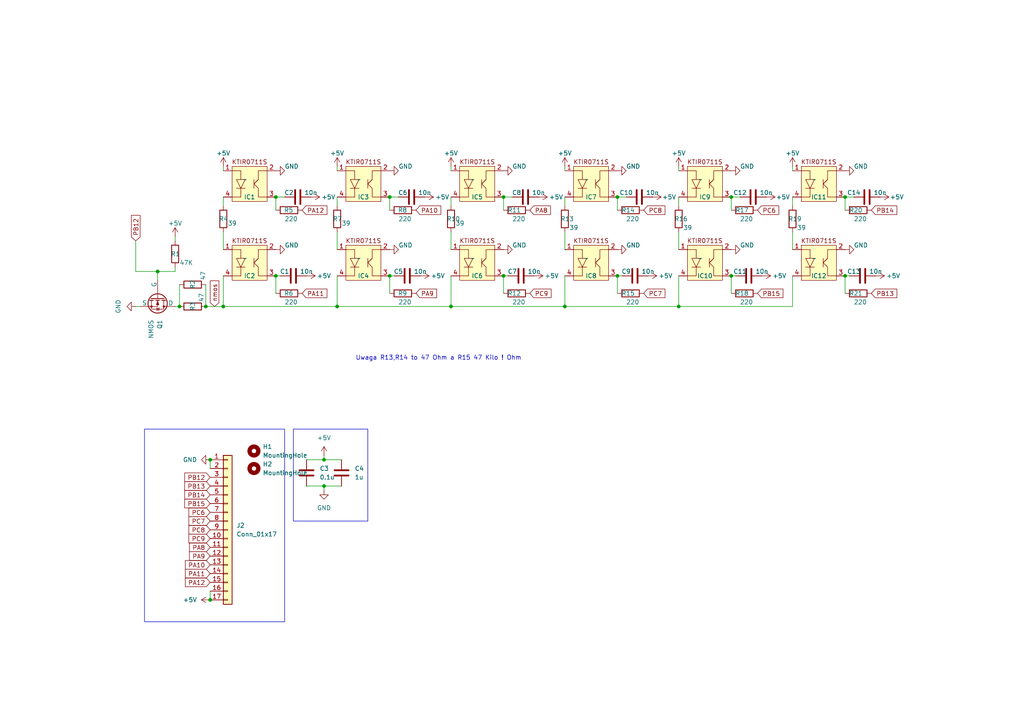
<source format=kicad_sch>
(kicad_sch (version 20231120) (generator "eeschema") (generator_version "8.0")
  (paper "A4")
  (lib_symbols
    (symbol "+5V_1" (power) (pin_numbers hide) (pin_names (offset 0) hide)
      (property "Value" "+5V" (at 0 3.556 0))
      (symbol "+5V_1_0_1"
        (polyline (pts (xy -0.762 1.27) (xy 0 2.54)))
        (polyline (pts (xy 0 0) (xy 0 2.54)))
        (polyline (pts (xy 0 2.54) (xy 0.762 1.27)))
      )
      (symbol "+5V_1_1_1"
        (pin power_in line (at 0 0 90) (length 0) (name "~") (number "1"))
      )
    )
    (symbol "+5V_2" (power) (pin_numbers hide) (pin_names (offset 0) hide)
      (property "Value" "+5V" (at 0 3.556 0))
      (symbol "+5V_2_0_1"
        (polyline (pts (xy -0.762 1.27) (xy 0 2.54)))
        (polyline (pts (xy 0 0) (xy 0 2.54)))
        (polyline (pts (xy 0 2.54) (xy 0.762 1.27)))
      )
      (symbol "+5V_2_1_1"
        (pin power_in line (at 0 0 90) (length 0) (name "~") (number "1"))
      )
    )
    (symbol "+5V_4" (power) (pin_numbers hide) (pin_names (offset 0) hide)
      (property "Value" "+5V" (at 0 3.556 0))
      (symbol "+5V_4_0_1"
        (polyline (pts (xy -0.762 1.27) (xy 0 2.54)))
        (polyline (pts (xy 0 0) (xy 0 2.54)))
        (polyline (pts (xy 0 2.54) (xy 0.762 1.27)))
      )
      (symbol "+5V_4_1_1"
        (pin power_in line (at 0 0 90) (length 0) (name "~") (number "1"))
      )
    )
    (symbol "Connector_Generic:Conn_01x17" (pin_names (offset 1.016) hide)
      (property "Reference" "J" (at 0 22.86 0))
      (property "Value" "Conn_01x17" (at 0 -22.86 0))
      (symbol "Conn_01x17_1_1"
        (rectangle (start -1.27 -20.193) (end 0 -20.447) (stroke (width 0.1524)))
        (rectangle (start -1.27 -17.653) (end 0 -17.907) (stroke (width 0.1524)))
        (rectangle (start -1.27 -15.113) (end 0 -15.367) (stroke (width 0.1524)))
        (rectangle (start -1.27 -12.573) (end 0 -12.827) (stroke (width 0.1524)))
        (rectangle (start -1.27 -10.033) (end 0 -10.287) (stroke (width 0.1524)))
        (rectangle (start -1.27 -7.493) (end 0 -7.747) (stroke (width 0.1524)))
        (rectangle (start -1.27 -4.953) (end 0 -5.207) (stroke (width 0.1524)))
        (rectangle (start -1.27 -2.413) (end 0 -2.667) (stroke (width 0.1524)))
        (rectangle (start -1.27 0.127) (end 0 -0.127) (stroke (width 0.1524)))
        (rectangle (start -1.27 2.667) (end 0 2.413) (stroke (width 0.1524)))
        (rectangle (start -1.27 5.207) (end 0 4.953) (stroke (width 0.1524)))
        (rectangle (start -1.27 7.747) (end 0 7.493) (stroke (width 0.1524)))
        (rectangle (start -1.27 10.287) (end 0 10.033) (stroke (width 0.1524)))
        (rectangle (start -1.27 12.827) (end 0 12.573) (stroke (width 0.1524)))
        (rectangle (start -1.27 15.367) (end 0 15.113) (stroke (width 0.1524)))
        (rectangle (start -1.27 17.907) (end 0 17.653) (stroke (width 0.1524)))
        (rectangle (start -1.27 20.447) (end 0 20.193) (stroke (width 0.1524)))
        (rectangle (start -1.27 21.59) (end 1.27 -21.59) (stroke (width 0.254)) (fill (type background)))
        (pin passive line (at -5.08 20.32 0) (length 3.81) (name "Pin_1") (number "1"))
        (pin passive line (at -5.08 -2.54 0) (length 3.81) (name "Pin_10") (number "10"))
        (pin passive line (at -5.08 -5.08 0) (length 3.81) (name "Pin_11") (number "11"))
        (pin passive line (at -5.08 -7.62 0) (length 3.81) (name "Pin_12") (number "12"))
        (pin passive line (at -5.08 -10.16 0) (length 3.81) (name "Pin_13") (number "13"))
        (pin passive line (at -5.08 -12.7 0) (length 3.81) (name "Pin_14") (number "14"))
        (pin passive line (at -5.08 -15.24 0) (length 3.81) (name "Pin_15") (number "15"))
        (pin passive line (at -5.08 -17.78 0) (length 3.81) (name "Pin_16") (number "16"))
        (pin passive line (at -5.08 -20.32 0) (length 3.81) (name "Pin_17") (number "17"))
        (pin passive line (at -5.08 17.78 0) (length 3.81) (name "Pin_2") (number "2"))
        (pin passive line (at -5.08 15.24 0) (length 3.81) (name "Pin_3") (number "3"))
        (pin passive line (at -5.08 12.7 0) (length 3.81) (name "Pin_4") (number "4"))
        (pin passive line (at -5.08 10.16 0) (length 3.81) (name "Pin_5") (number "5"))
        (pin passive line (at -5.08 7.62 0) (length 3.81) (name "Pin_6") (number "6"))
        (pin passive line (at -5.08 5.08 0) (length 3.81) (name "Pin_7") (number "7"))
        (pin passive line (at -5.08 2.54 0) (length 3.81) (name "Pin_8") (number "8"))
        (pin passive line (at -5.08 0 0) (length 3.81) (name "Pin_9") (number "9"))
      )
    )
    (symbol "Device:C" (pin_numbers hide) (pin_names (offset 0.254))
      (property "Reference" "C" (at 0.635 2.54 0))
      (property "Value" "C" (at 0.635 -2.54 0))
      (symbol "C_0_1"
        (polyline (pts (xy -2.032 -0.762) (xy 2.032 -0.762)) (stroke (width 0.508)))
        (polyline (pts (xy -2.032 0.762) (xy 2.032 0.762)) (stroke (width 0.508)))
      )
      (symbol "C_1_1"
        (pin passive line (at 0 3.81 270) (length 2.794) (name "~") (number "1"))
        (pin passive line (at 0 -3.81 90) (length 2.794) (name "~") (number "2"))
      )
    )
    (symbol "Device:R" (pin_numbers hide) (pin_names (offset 0))
      (property "Reference" "R" (at 2.032 0 90))
      (property "Value" "R" (at 0 0 90))
      (symbol "R_0_1"
        (rectangle (start -1.016 -2.54) (end 1.016 2.54) (stroke (width 0.254)))
      )
      (symbol "R_1_1"
        (pin passive line (at 0 3.81 270) (length 1.27) (name "~") (number "1"))
        (pin passive line (at 0 -3.81 90) (length 1.27) (name "~") (number "2"))
      )
    )
    (symbol "GND_1" (power) (pin_numbers hide) (pin_names (offset 0) hide)
      (property "Value" "GND" (at 0 -3.81 0))
      (symbol "GND_1_0_1"
        (polyline (pts (xy 0 0) (xy 0 -1.27) (xy 1.27 -1.27) (xy 0 -2.54) (xy -1.27 -1.27) (xy 0 -1.27)))
      )
      (symbol "GND_1_1_1"
        (pin power_in line (at 0 0 270) (length 0) (name "~") (number "1"))
      )
    )
    (symbol "GND_2" (power) (pin_numbers hide) (pin_names (offset 0) hide)
      (property "Value" "GND" (at 0 -3.81 0))
      (symbol "GND_2_0_1"
        (polyline (pts (xy 0 0) (xy 0 -1.27) (xy 1.27 -1.27) (xy 0 -2.54) (xy -1.27 -1.27) (xy 0 -1.27)))
      )
      (symbol "GND_2_1_1"
        (pin power_in line (at 0 0 270) (length 0) (name "~") (number "1"))
      )
    )
    (symbol "GND_3" (power) (pin_numbers hide) (pin_names (offset 0) hide)
      (property "Value" "GND" (at 0 -3.81 0))
      (symbol "GND_3_0_1"
        (polyline (pts (xy 0 0) (xy 0 -1.27) (xy 1.27 -1.27) (xy 0 -2.54) (xy -1.27 -1.27) (xy 0 -1.27)))
      )
      (symbol "GND_3_1_1"
        (pin power_in line (at 0 0 270) (length 0) (name "~") (number "1"))
      )
    )
    (symbol "Mechanical:MountingHole" (pin_names (offset 1.016)) (exclude_from_sim yes) (in_bom no)
      (property "Reference" "H" (at 0 5.08 0))
      (property "Value" "MountingHole" (at 0 3.175 0))
      (symbol "MountingHole_0_1"
        (circle (center 0 0) (radius 1.27) (stroke (width 1.27)))
      )
    )
    (symbol "Sensor_KTIR0711S:KTIR0711S"
      (property "Reference" "IC" (at 1.27 2.54 0))
      (symbol "KTIR0711S_1_1"
        (rectangle (start -3.81 3.81) (end 6.35 -6.35) (fill (type background)))
        (polyline (pts (xy -3.81 -5.08) (xy -1.27 -5.08)))
        (polyline (pts (xy -3.81 2.54) (xy -1.27 2.54)))
        (polyline (pts (xy 2.54 -1.27) (xy 2.54 0) (xy 2.54 -2.54) (xy 2.54 -1.27) (xy 3.81 0)))
        (polyline (pts (xy 6.35 -5.08) (xy 3.81 -5.08) (xy 3.81 -2.54) (xy 2.54 -1.27) (xy 3.81 0) (xy 3.81 2.54) (xy 6.35 2.54)))
        (polyline (pts (xy -1.27 2.54) (xy -1.27 0) (xy -2.54 0) (xy 0 0) (xy -1.27 -2.54) (xy -2.54 0) (xy -1.27 -2.54) (xy -2.54 -2.54) (xy 0 -2.54) (xy -1.27 -2.54) (xy -1.27 -5.08)))
        (text "KTIR0711S" (at 1.27 5.08 0) (effects (font (size 1.27 1.27))))
        (pin input line (at -6.35 2.54 0) (length 2.54) (name "") (number "1"))
        (pin input line (at 8.89 2.54 180) (length 2.54) (name "") (number "2"))
        (pin input line (at 8.89 -5.08 180) (length 2.54) (name "") (number "3"))
        (pin input line (at -6.35 -5.08 0) (length 2.54) (name "") (number "4"))
      )
    )
    (symbol "Simulation_SPICE:NMOS" (pin_numbers hide) (pin_names (offset 0))
      (property "Reference" "Q" (at 5.08 1.27 0))
      (property "Value" "NMOS" (at 5.08 -1.27 0))
      (symbol "NMOS_0_1"
        (polyline (pts (xy 0.254 0) (xy -2.54 0)))
        (polyline (pts (xy 0.254 1.905) (xy 0.254 -1.905)) (stroke (width 0.254)))
        (polyline (pts (xy 0.762 -1.27) (xy 0.762 -2.286)) (stroke (width 0.254)))
        (polyline (pts (xy 0.762 0.508) (xy 0.762 -0.508)) (stroke (width 0.254)))
        (polyline (pts (xy 0.762 2.286) (xy 0.762 1.27)) (stroke (width 0.254)))
        (polyline (pts (xy 2.54 2.54) (xy 2.54 1.778)))
        (polyline (pts (xy 2.54 -2.54) (xy 2.54 0) (xy 0.762 0)))
        (polyline (pts (xy 0.762 -1.778) (xy 3.302 -1.778) (xy 3.302 1.778) (xy 0.762 1.778)))
        (polyline (pts (xy 1.016 0) (xy 2.032 0.381) (xy 2.032 -0.381) (xy 1.016 0)) (fill (type outline)))
        (polyline (pts (xy 2.794 0.508) (xy 2.921 0.381) (xy 3.683 0.381) (xy 3.81 0.254)))
        (polyline (pts (xy 3.302 0.381) (xy 2.921 -0.254) (xy 3.683 -0.254) (xy 3.302 0.381)))
        (circle (center 1.651 0) (radius 2.794) (stroke (width 0.254)))
        (circle (center 2.54 -1.778) (radius 0.254) (fill (type outline)))
        (circle (center 2.54 1.778) (radius 0.254) (fill (type outline)))
      )
      (symbol "NMOS_1_1"
        (pin passive line (at 2.54 5.08 270) (length 2.54) (name "D") (number "1"))
        (pin input line (at -5.08 0 0) (length 2.54) (name "G") (number "2"))
        (pin passive line (at 2.54 -5.08 90) (length 2.54) (name "S") (number "3"))
      )
    )
    (symbol "power:+5V" (power) (pin_names (offset 0))
      (property "Value" "+5V" (at 0 3.556 0))
      (symbol "+5V_0_1"
        (polyline (pts (xy -0.762 1.27) (xy 0 2.54)))
        (polyline (pts (xy 0 0) (xy 0 2.54)))
        (polyline (pts (xy 0 2.54) (xy 0.762 1.27)))
      )
      (symbol "+5V_1_1"
        (pin power_in line (at 0 0 90) (length 0) hide (name "+5V") (number "1"))
      )
    )
    (symbol "power:GND" (power) (pin_names (offset 0))
      (property "Value" "GND" (at 0 -3.81 0))
      (symbol "GND_0_1"
        (polyline (pts (xy 0 0) (xy 0 -1.27) (xy 1.27 -1.27) (xy 0 -2.54) (xy -1.27 -1.27) (xy 0 -1.27)))
      )
      (symbol "GND_1_1"
        (pin power_in line (at 0 0 270) (length 0) hide (name "GND") (number "1"))
      )
    )
  )
  (junction (at 60.96 173.99))
  (junction (at 64.77 88.9))
  (junction (at 93.98 140.97))
  (junction (at 179.07 57.15))
  (junction (at 80.01 80.01))
  (junction (at 113.03 57.15))
  (junction (at 196.85 88.9))
  (junction (at 60.96 133.35))
  (junction (at 97.79 88.9))
  (junction (at 59.69 88.9))
  (junction (at 212.09 80.01))
  (junction (at 80.01 57.15))
  (junction (at 163.83 88.9))
  (junction (at 146.05 80.01))
  (junction (at 179.07 80.01))
  (junction (at 130.81 88.9))
  (junction (at 113.03 80.01))
  (junction (at 212.09 57.15))
  (junction (at 52.07 88.9))
  (junction (at 93.98 133.35))
  (junction (at 146.05 57.15))
  (junction (at 245.11 80.01))
  (junction (at 45.72 78.74))
  (junction (at 245.11 57.15))
  (wire (pts (xy 39.37 88.9) (xy 40.64 88.9)))
  (wire (pts (xy 64.77 80.01) (xy 64.77 88.9)))
  (wire (pts (xy 64.77 67.31) (xy 64.77 72.39)))
  (wire (pts (xy 50.8 88.9) (xy 52.07 88.9)))
  (wire (pts (xy 130.81 67.31) (xy 130.81 72.39)))
  (wire (pts (xy 130.81 57.15) (xy 130.81 59.69)))
  (wire (pts (xy 245.11 60.96) (xy 245.11 57.15)))
  (wire (pts (xy 163.83 88.9) (xy 130.81 88.9)))
  (wire (pts (xy 163.83 88.9) (xy 196.85 88.9)))
  (wire (pts (xy 196.85 88.9) (xy 229.87 88.9)))
  (wire (pts (xy 163.83 67.31) (xy 163.83 72.39)))
  (wire (pts (xy 163.83 48.26) (xy 163.83 49.53)))
  (wire (pts (xy 59.69 88.9) (xy 64.77 88.9)))
  (wire (pts (xy 245.11 57.15) (xy 247.65 57.15)))
  (wire (pts (xy 50.8 68.58) (xy 50.8 69.85)))
  (wire (pts (xy 39.37 78.74) (xy 45.72 78.74)))
  (wire (pts (xy 64.77 88.9) (xy 97.79 88.9)))
  (wire (pts (xy 146.05 85.09) (xy 146.05 80.01)))
  (wire (pts (xy 97.79 67.31) (xy 97.79 72.39)))
  (wire (pts (xy 60.96 171.45) (xy 60.96 173.99)))
  (wire (pts (xy 52.07 88.9) (xy 52.07 82.55)))
  (wire (pts (xy 113.03 85.09) (xy 113.03 80.01)))
  (wire (pts (xy 93.98 142.24) (xy 93.98 140.97)))
  (wire (pts (xy 245.11 85.09) (xy 245.11 80.01)))
  (wire (pts (xy 196.85 67.31) (xy 196.85 72.39)))
  (wire (pts (xy 97.79 88.9) (xy 130.81 88.9)))
  (wire (pts (xy 196.85 80.01) (xy 196.85 88.9)))
  (wire (pts (xy 64.77 48.26) (xy 64.77 49.53)))
  (wire (pts (xy 130.81 48.26) (xy 130.81 49.53)))
  (wire (pts (xy 97.79 57.15) (xy 97.79 59.69)))
  (wire (pts (xy 196.85 57.15) (xy 196.85 59.69)))
  (wire (pts (xy 179.07 60.96) (xy 179.07 57.15)))
  (wire (pts (xy 146.05 60.96) (xy 146.05 57.15)))
  (wire (pts (xy 229.87 80.01) (xy 229.87 88.9)))
  (wire (pts (xy 60.96 133.35) (xy 60.96 135.89)))
  (wire (pts (xy 113.03 60.96) (xy 113.03 57.15)))
  (wire (pts (xy 45.72 78.74) (xy 45.72 81.28)))
  (wire (pts (xy 59.69 82.55) (xy 59.69 88.9)))
  (wire (pts (xy 80.01 85.09) (xy 80.01 80.01)))
  (wire (pts (xy 80.01 57.15) (xy 82.55 57.15)))
  (wire (pts (xy 80.01 60.96) (xy 80.01 57.15)))
  (wire (pts (xy 147.32 80.01) (xy 146.05 80.01)))
  (wire (pts (xy 93.98 132.08) (xy 93.98 133.35)))
  (wire (pts (xy 88.9 133.35) (xy 93.98 133.35)))
  (wire (pts (xy 45.72 78.74) (xy 50.8 78.74)))
  (wire (pts (xy 93.98 140.97) (xy 88.9 140.97)))
  (wire (pts (xy 196.85 48.26) (xy 196.85 49.53)))
  (wire (pts (xy 163.83 57.15) (xy 163.83 59.69)))
  (wire (pts (xy 81.28 80.01) (xy 80.01 80.01)))
  (wire (pts (xy 113.03 57.15) (xy 115.57 57.15)))
  (wire (pts (xy 64.77 57.15) (xy 64.77 59.69)))
  (wire (pts (xy 212.09 60.96) (xy 212.09 57.15)))
  (wire (pts (xy 229.87 57.15) (xy 229.87 59.69)))
  (wire (pts (xy 179.07 85.09) (xy 179.07 80.01)))
  (wire (pts (xy 180.34 80.01) (xy 179.07 80.01)))
  (wire (pts (xy 213.36 80.01) (xy 212.09 80.01)))
  (wire (pts (xy 163.83 80.01) (xy 163.83 88.9)))
  (wire (pts (xy 246.38 80.01) (xy 245.11 80.01)))
  (wire (pts (xy 39.37 69.85) (xy 39.37 78.74)))
  (wire (pts (xy 179.07 57.15) (xy 181.61 57.15)))
  (wire (pts (xy 146.05 57.15) (xy 148.59 57.15)))
  (wire (pts (xy 97.79 48.26) (xy 97.79 49.53)))
  (wire (pts (xy 97.79 80.01) (xy 97.79 88.9)))
  (wire (pts (xy 93.98 133.35) (xy 99.06 133.35)))
  (wire (pts (xy 212.09 85.09) (xy 212.09 80.01)))
  (wire (pts (xy 114.3 80.01) (xy 113.03 80.01)))
  (wire (pts (xy 130.81 80.01) (xy 130.81 88.9)))
  (wire (pts (xy 50.8 77.47) (xy 50.8 78.74)))
  (wire (pts (xy 93.98 140.97) (xy 99.06 140.97)))
  (wire (pts (xy 229.87 67.31) (xy 229.87 72.39)))
  (wire (pts (xy 212.09 57.15) (xy 214.63 57.15)))
  (wire (pts (xy 229.87 48.26) (xy 229.87 49.53)))
  (rectangle (start 41.91 124.46) (end 82.55 180.34))
  (rectangle (start 85.09 124.46) (end 106.68 151.13))
  (text "Uwaga R13,R14 to 47 Ohm a R15 47 Kilo ! Ohm" (at 103.124 104.648 0) (effects (font (size 1.27 1.27)) (justify left bottom)))
  (global_label "PB12" (shape input) (at 60.96 138.43 180) (property "Intersheetrefs" "${INTERSHEET_REFS}" (effects (hide yes))))
  (global_label "PB13" (shape input) (at 252.73 85.09 0) (property "Intersheetrefs" "${INTERSHEET_REFS}" (effects (hide yes))))
  (global_label "PB12" (shape input) (at 39.37 69.85 90) (property "Intersheetrefs" "${INTERSHEET_REFS}" (effects (hide yes))))
  (global_label "PB13" (shape input) (at 60.96 140.97 180) (property "Intersheetrefs" "${INTERSHEET_REFS}" (effects (hide yes))))
  (global_label "PC8" (shape input) (at 60.96 153.67 180) (property "Intersheetrefs" "${INTERSHEET_REFS}" (effects (hide yes))))
  (global_label "PC8" (shape input) (at 186.69 60.96 0) (property "Intersheetrefs" "${INTERSHEET_REFS}" (effects (hide yes))))
  (global_label "PB15" (shape input) (at 60.96 146.05 180) (property "Intersheetrefs" "${INTERSHEET_REFS}" (effects (hide yes))))
  (global_label "nmos" (shape input) (at 62.23 88.9 90) (property "Intersheetrefs" "${INTERSHEET_REFS}" (effects (hide yes))))
  (global_label "PC6" (shape input) (at 60.96 148.59 180) (property "Intersheetrefs" "${INTERSHEET_REFS}" (effects (hide yes))))
  (global_label "PA9" (shape input) (at 120.65 85.09 0) (property "Intersheetrefs" "${INTERSHEET_REFS}" (effects (hide yes))))
  (global_label "PC7" (shape input) (at 60.96 151.13 180) (property "Intersheetrefs" "${INTERSHEET_REFS}" (effects (hide yes))))
  (global_label "PA12" (shape input) (at 87.63 60.96 0) (property "Intersheetrefs" "${INTERSHEET_REFS}" (effects (hide yes))))
  (global_label "PA11" (shape input) (at 60.96 166.37 180) (property "Intersheetrefs" "${INTERSHEET_REFS}" (effects (hide yes))))
  (global_label "PA8" (shape input) (at 153.67 60.96 0) (property "Intersheetrefs" "${INTERSHEET_REFS}" (effects (hide yes))))
  (global_label "PC9" (shape input) (at 60.96 156.21 180) (property "Intersheetrefs" "${INTERSHEET_REFS}" (effects (hide yes))))
  (global_label "PA12" (shape input) (at 60.96 168.91 180) (property "Intersheetrefs" "${INTERSHEET_REFS}" (effects (hide yes))))
  (global_label "PB15" (shape input) (at 219.71 85.09 0) (property "Intersheetrefs" "${INTERSHEET_REFS}" (effects (hide yes))))
  (global_label "PB14" (shape input) (at 60.96 143.51 180) (property "Intersheetrefs" "${INTERSHEET_REFS}" (effects (hide yes))))
  (global_label "PA10" (shape input) (at 120.65 60.96 0) (property "Intersheetrefs" "${INTERSHEET_REFS}" (effects (hide yes))))
  (global_label "PC6" (shape input) (at 219.71 60.96 0) (property "Intersheetrefs" "${INTERSHEET_REFS}" (effects (hide yes))))
  (global_label "PA8" (shape input) (at 60.96 158.75 180) (property "Intersheetrefs" "${INTERSHEET_REFS}" (effects (hide yes))))
  (global_label "PC7" (shape input) (at 186.69 85.09 0) (property "Intersheetrefs" "${INTERSHEET_REFS}" (effects (hide yes))))
  (global_label "PC9" (shape input) (at 153.67 85.09 0) (property "Intersheetrefs" "${INTERSHEET_REFS}" (effects (hide yes))))
  (global_label "PA11" (shape input) (at 87.63 85.09 0) (property "Intersheetrefs" "${INTERSHEET_REFS}" (effects (hide yes))))
  (global_label "PA10" (shape input) (at 60.96 163.83 180) (property "Intersheetrefs" "${INTERSHEET_REFS}" (effects (hide yes))))
  (global_label "PB14" (shape input) (at 252.73 60.96 0) (property "Intersheetrefs" "${INTERSHEET_REFS}" (effects (hide yes))))
  (global_label "PA9" (shape input) (at 60.96 161.29 180) (property "Intersheetrefs" "${INTERSHEET_REFS}" (effects (hide yes))))
  (symbol (lib_id "Sensor_KTIR0711S:KTIR0711S") (at 170.18 74.93 0) (unit 1)
    (property "Reference" "IC8" (at 171.45 80.01 0))
    (property "Value" "~" (at 170.18 74.93 0))
    (property "Footprint" "Sensor_Optical:KTIR0711S" (effects (hide yes)))
  )
  (symbol (lib_id "Device:C") (at 119.38 57.15 90) (unit 1)
    (property "Reference" "C6" (at 116.84 55.88 90))
    (property "Value" "10n" (at 123.19 55.88 90))
    (property "Footprint" "Capacitor_SMD:C_0603_1608Metric" (effects (hide yes)))
  )
  (symbol (lib_id "Sensor_KTIR0711S:KTIR0711S") (at 236.22 74.93 0) (unit 1)
    (property "Reference" "IC12" (at 237.49 80.01 0))
    (property "Value" "~" (at 236.22 74.93 0))
    (property "Footprint" "Sensor_Optical:KTIR0711S" (effects (hide yes)))
  )
  (symbol (lib_id "Device:R") (at 97.79 63.5 0) (unit 1)
    (property "Reference" "R7" (at 96.52 63.5 0) (effects (justify left)))
    (property "Value" "39" (at 99.06 64.77 0) (effects (justify left)))
    (property "Footprint" "Resistor_SMD:R_0603_1608Metric" (effects (hide yes)))
  )
  (symbol (lib_id "Device:R") (at 130.81 63.5 0) (unit 1)
    (property "Reference" "R10" (at 129.54 63.5 0) (effects (justify left)))
    (property "Value" "39" (at 132.08 64.77 0) (effects (justify left)))
    (property "Footprint" "Resistor_SMD:R_0603_1608Metric" (effects (hide yes)))
  )
  (symbol (lib_id "power:+5V") (at 254 80.01 270) (unit 1)
    (property "Reference" "#PWR031" (effects (hide yes)))
    (property "Value" "+5V" (at 259.08 80.01 90))
  )
  (symbol (lib_id "Device:R") (at 50.8 73.66 0) (unit 1)
    (property "Reference" "R1" (at 49.53 73.66 0) (effects (justify left)))
    (property "Value" "47K" (at 52.07 76.2 0) (effects (justify left)))
    (property "Footprint" "Resistor_SMD:R_0603_1608Metric" (effects (hide yes)))
  )
  (symbol (lib_id "power:+5V") (at 163.83 48.26 0) (unit 1)
    (property "Reference" "#PWR017" (effects (hide yes)))
    (property "Value" "+5V" (at 163.83 44.45 0))
  )
  (symbol (lib_id "Sensor_KTIR0711S:KTIR0711S") (at 236.22 52.07 0) (unit 1)
    (property "Reference" "IC11" (at 237.49 57.15 0))
    (property "Value" "~" (at 236.22 52.07 0))
    (property "Footprint" "Sensor_Optical:KTIR0711S" (effects (hide yes)))
  )
  (symbol (lib_id "power:+5V") (at 50.8 68.58 0) (unit 1)
    (property "Reference" "#PWR09" (effects (hide yes)))
    (property "Value" "+5V" (at 50.8 64.77 0))
  )
  (symbol (lib_id "power:+5V") (at 156.21 57.15 270) (unit 1)
    (property "Reference" "#PWR016" (effects (hide yes)))
    (property "Value" "+5V" (at 161.29 57.15 90))
  )
  (symbol (lib_id "Mechanical:MountingHole") (at 73.66 135.89 0) (unit 1) (exclude_from_sim yes) (in_bom no)
    (property "Reference" "H2" (at 76.2 134.6199 0) (effects (justify left)))
    (property "Value" "MountingHole" (at 76.2 137.1599 0) (effects (justify left)))
    (property "Footprint" "MountingHole:MountingHole_2.2mm_M2" (effects (hide yes)))
    (property "Description" "Mounting Hole without connection" (effects (hide yes)))
  )
  (symbol (lib_id "power:GND") (at 113.03 72.39 90) (unit 1)
    (property "Reference" "#PWR08" (effects (hide yes)))
    (property "Value" "GND" (at 115.57 71.12 90) (effects (justify right)))
  )
  (symbol (lib_id "Device:R") (at 64.77 63.5 0) (unit 1)
    (property "Reference" "R4" (at 63.5 63.5 0) (effects (justify left)))
    (property "Value" "39" (at 66.04 64.77 0) (effects (justify left)))
    (property "Footprint" "Resistor_SMD:R_0603_1608Metric" (effects (hide yes)))
  )
  (symbol (lib_id "Device:R") (at 149.86 85.09 90) (unit 1)
    (property "Reference" "R12" (at 151.13 85.09 90) (effects (justify left)))
    (property "Value" "220" (at 152.4 87.63 90) (effects (justify left)))
    (property "Footprint" "Resistor_SMD:R_0603_1608Metric" (effects (hide yes)))
  )
  (symbol (lib_id "power:GND") (at 113.03 49.53 90) (unit 1)
    (property "Reference" "#PWR07" (effects (hide yes)))
    (property "Value" "GND" (at 115.57 48.26 90) (effects (justify right)))
  )
  (symbol (lib_id "Device:C") (at 250.19 80.01 90) (unit 1)
    (property "Reference" "C13" (at 247.65 78.74 90))
    (property "Value" "10n" (at 254 78.74 90))
    (property "Footprint" "Capacitor_SMD:C_0603_1608Metric" (effects (hide yes)))
  )
  (symbol (lib_id "Device:C") (at 251.46 57.15 90) (unit 1)
    (property "Reference" "C14" (at 247.65 55.88 90))
    (property "Value" "10n" (at 255.27 55.88 90))
    (property "Footprint" "Capacitor_SMD:C_0603_1608Metric" (effects (hide yes)))
  )
  (symbol (lib_id "Sensor_KTIR0711S:KTIR0711S") (at 203.2 74.93 0) (unit 1)
    (property "Reference" "IC10" (at 204.47 80.01 0))
    (property "Value" "~" (at 203.2 74.93 0))
    (property "Footprint" "Sensor_Optical:KTIR0711S" (effects (hide yes)))
  )
  (symbol (lib_id "power:GND") (at 80.01 49.53 90) (unit 1)
    (property "Reference" "#PWR02" (effects (hide yes)))
    (property "Value" "GND" (at 82.55 48.26 90) (effects (justify right)))
  )
  (symbol (lib_id "Device:R") (at 83.82 60.96 90) (unit 1)
    (property "Reference" "R5" (at 85.09 60.96 90) (effects (justify left)))
    (property "Value" "220" (at 86.36 63.5 90) (effects (justify left)))
    (property "Footprint" "Resistor_SMD:R_0603_1608Metric" (effects (hide yes)))
  )
  (symbol (lib_id "power:+5V") (at 90.17 57.15 270) (unit 1)
    (property "Reference" "#PWR05" (effects (hide yes)))
    (property "Value" "+5V" (at 95.25 57.15 90))
  )
  (symbol (lib_id "Device:R") (at 182.88 60.96 90) (unit 1)
    (property "Reference" "R14" (at 184.15 60.96 90) (effects (justify left)))
    (property "Value" "220" (at 185.42 63.5 90) (effects (justify left)))
    (property "Footprint" "Resistor_SMD:R_0603_1608Metric" (effects (hide yes)))
  )
  (symbol (lib_id "Device:R") (at 196.85 63.5 0) (unit 1)
    (property "Reference" "R16" (at 195.58 63.5 0) (effects (justify left)))
    (property "Value" "39" (at 198.12 66.04 0) (effects (justify left)))
    (property "Footprint" "Resistor_SMD:R_0603_1608Metric" (effects (hide yes)))
  )
  (symbol (lib_name "GND_3") (lib_id "power:GND") (at 93.98 142.24 0) (unit 1)
    (property "Reference" "#PWR036" (effects (hide yes)))
    (property "Value" "GND" (at 93.98 147.32 0))
    (property "Description" "Power symbol creates a global label with name \"GND\" , ground" (effects (hide yes)))
  )
  (symbol (lib_id "Device:C") (at 217.17 80.01 90) (unit 1)
    (property "Reference" "C11" (at 214.63 78.74 90))
    (property "Value" "10n" (at 220.98 78.74 90))
    (property "Footprint" "Capacitor_SMD:C_0603_1608Metric" (effects (hide yes)))
  )
  (symbol (lib_id "Device:R") (at 163.83 63.5 0) (unit 1)
    (property "Reference" "R13" (at 162.56 63.5 0) (effects (justify left)))
    (property "Value" "39" (at 165.1 66.04 0) (effects (justify left)))
    (property "Footprint" "Resistor_SMD:R_0603_1608Metric" (effects (hide yes)))
  )
  (symbol (lib_id "Device:R") (at 182.88 85.09 90) (unit 1)
    (property "Reference" "R15" (at 184.15 85.09 90) (effects (justify left)))
    (property "Value" "220" (at 185.42 87.63 90) (effects (justify left)))
    (property "Footprint" "Resistor_SMD:R_0603_1608Metric" (effects (hide yes)))
  )
  (symbol (lib_name "+5V_4") (lib_id "power:+5V") (at 93.98 132.08 0) (unit 1)
    (property "Reference" "#PWR035" (effects (hide yes)))
    (property "Value" "+5V" (at 93.98 127 0))
    (property "Description" "Power symbol creates a global label with name \"+5V\"" (effects (hide yes)))
  )
  (symbol (lib_id "power:+5V") (at 123.19 57.15 270) (unit 1)
    (property "Reference" "#PWR011" (effects (hide yes)))
    (property "Value" "+5V" (at 128.27 57.15 90))
  )
  (symbol (lib_id "Device:R") (at 248.92 85.09 90) (unit 1)
    (property "Reference" "R21" (at 250.19 85.09 90) (effects (justify left)))
    (property "Value" "220" (at 251.46 87.63 90) (effects (justify left)))
    (property "Footprint" "Resistor_SMD:R_0603_1608Metric" (effects (hide yes)))
  )
  (symbol (lib_id "power:+5V") (at 130.81 48.26 0) (unit 1)
    (property "Reference" "#PWR012" (effects (hide yes)))
    (property "Value" "+5V" (at 130.81 44.45 0))
  )
  (symbol (lib_id "power:+5V") (at 220.98 80.01 270) (unit 1)
    (property "Reference" "#PWR024" (effects (hide yes)))
    (property "Value" "+5V" (at 226.06 80.01 90))
  )
  (symbol (lib_id "power:GND") (at 212.09 72.39 90) (unit 1)
    (property "Reference" "#PWR023" (effects (hide yes)))
    (property "Value" "GND" (at 214.63 71.12 90) (effects (justify right)))
  )
  (symbol (lib_id "Device:R") (at 149.86 60.96 90) (unit 1)
    (property "Reference" "R11" (at 151.13 60.96 90) (effects (justify left)))
    (property "Value" "220" (at 152.4 63.5 90) (effects (justify left)))
    (property "Footprint" "Resistor_SMD:R_0603_1608Metric" (effects (hide yes)))
  )
  (symbol (lib_id "Simulation_SPICE:NMOS") (at 45.72 86.36 270) (unit 1)
    (property "Reference" "Q1" (at 46.355 92.71 0) (effects (justify left)))
    (property "Value" "NMOS" (at 43.815 92.71 0) (effects (justify left)))
    (property "Footprint" "NMOS_new:NMOS_SN" (effects (hide yes)))
    (property "Datasheet" "https://ngspice.sourceforge.io/docs/ngspice-manual.pdf" (effects (hide yes)))
    (property "Sim.Device" "NMOS" (effects (hide yes)))
    (property "Sim.Type" "VDMOS" (effects (hide yes)))
    (property "Sim.Pins" "1=G 2=S 3=D" (effects (hide yes)))
  )
  (symbol (lib_id "Connector_Generic:Conn_01x17") (at 66.04 153.67 0) (unit 1)
    (property "Reference" "J2" (at 68.58 152.3999 0) (effects (justify left)))
    (property "Value" "Conn_01x17" (at 68.58 154.9399 0) (effects (justify left)))
    (property "Footprint" "Connector_FFC-FPC:Hirose_FH12-17S-0.5SH_1x17-1MP_P0.50mm_Horizontal" (effects (hide yes)))
    (property "Description" "Generic connector, single row, 01x17, script generated (kicad-library-utils/schlib/autogen/connector/)" (effects (hide yes)))
  )
  (symbol (lib_id "Sensor_KTIR0711S:KTIR0711S") (at 71.12 52.07 0) (unit 1)
    (property "Reference" "IC1" (at 72.39 57.15 0))
    (property "Value" "~" (at 71.12 52.07 0))
    (property "Footprint" "Sensor_Optical:KTIR0711S" (effects (hide yes)))
  )
  (symbol (lib_id "power:GND") (at 146.05 72.39 90) (unit 1)
    (property "Reference" "#PWR014" (effects (hide yes)))
    (property "Value" "GND" (at 148.59 71.12 90) (effects (justify right)))
  )
  (symbol (lib_id "Device:R") (at 215.9 60.96 90) (unit 1)
    (property "Reference" "R17" (at 217.17 60.96 90) (effects (justify left)))
    (property "Value" "220" (at 218.44 63.5 90) (effects (justify left)))
    (property "Footprint" "Resistor_SMD:R_0603_1608Metric" (effects (hide yes)))
  )
  (symbol (lib_id "Sensor_KTIR0711S:KTIR0711S") (at 104.14 52.07 0) (unit 1)
    (property "Reference" "IC3" (at 105.41 57.15 0))
    (property "Value" "~" (at 104.14 52.07 0))
    (property "Footprint" "Sensor_Optical:KTIR0711S" (effects (hide yes)))
  )
  (symbol (lib_id "power:GND") (at 212.09 49.53 90) (unit 1)
    (property "Reference" "#PWR022" (effects (hide yes)))
    (property "Value" "GND" (at 214.63 48.26 90) (effects (justify right)))
  )
  (symbol (lib_id "power:GND") (at 146.05 49.53 90) (unit 1)
    (property "Reference" "#PWR013" (effects (hide yes)))
    (property "Value" "GND" (at 148.59 48.26 90) (effects (justify right)))
  )
  (symbol (lib_id "Device:R") (at 215.9 85.09 90) (unit 1)
    (property "Reference" "R18" (at 217.17 85.09 90) (effects (justify left)))
    (property "Value" "220" (at 218.44 87.63 90) (effects (justify left)))
    (property "Footprint" "Resistor_SMD:R_0603_1608Metric" (effects (hide yes)))
  )
  (symbol (lib_id "Device:R") (at 116.84 60.96 90) (unit 1)
    (property "Reference" "R8" (at 118.11 60.96 90) (effects (justify left)))
    (property "Value" "220" (at 119.38 63.5 90) (effects (justify left)))
    (property "Footprint" "Resistor_SMD:R_0603_1608Metric" (effects (hide yes)))
  )
  (symbol (lib_id "power:+5V") (at 196.85 48.26 0) (unit 1)
    (property "Reference" "#PWR021" (effects (hide yes)))
    (property "Value" "+5V" (at 196.85 44.45 0))
  )
  (symbol (lib_id "Sensor_KTIR0711S:KTIR0711S") (at 137.16 74.93 0) (unit 1)
    (property "Reference" "IC6" (at 138.43 80.01 0))
    (property "Value" "~" (at 137.16 74.93 0))
    (property "Footprint" "Sensor_Optical:KTIR0711S" (effects (hide yes)))
  )
  (symbol (lib_id "Sensor_KTIR0711S:KTIR0711S") (at 104.14 74.93 0) (unit 1)
    (property "Reference" "IC4" (at 105.41 80.01 0))
    (property "Value" "~" (at 104.14 74.93 0))
    (property "Footprint" "Sensor_Optical:KTIR0711S" (effects (hide yes)))
  )
  (symbol (lib_id "Device:C") (at 218.44 57.15 90) (unit 1)
    (property "Reference" "C12" (at 214.63 55.88 90))
    (property "Value" "10n" (at 222.25 55.88 90))
    (property "Footprint" "Capacitor_SMD:C_0603_1608Metric" (effects (hide yes)))
  )
  (symbol (lib_name "+5V_2") (lib_id "power:+5V") (at 255.27 57.15 270) (unit 1)
    (property "Reference" "#PWR033" (effects (hide yes)))
    (property "Value" "+5V" (at 258.064 57.15 90) (effects (justify left)))
    (property "Description" "Power symbol creates a global label with name \"+5V\"" (effects (hide yes)))
  )
  (symbol (lib_name "GND_2") (lib_id "power:GND") (at 60.96 133.35 270) (unit 1)
    (property "Reference" "#PWR027" (effects (hide yes)))
    (property "Value" "GND" (at 57.15 133.3499 90) (effects (justify right)))
    (property "Description" "Power symbol creates a global label with name \"GND\" , ground" (effects (hide yes)))
  )
  (symbol (lib_id "Device:C") (at 86.36 57.15 90) (unit 1)
    (property "Reference" "C2" (at 83.82 55.88 90))
    (property "Value" "10n" (at 90.17 55.88 90))
    (property "Footprint" "Capacitor_SMD:C_0603_1608Metric" (effects (hide yes)))
  )
  (symbol (lib_id "power:+5V") (at 60.96 173.99 90) (unit 1)
    (property "Reference" "#PWR038" (effects (hide yes)))
    (property "Value" "+5V" (at 57.15 173.9899 90) (effects (justify left)))
    (property "Description" "Power symbol creates a global label with name \"+5V\"" (effects (hide yes)))
  )
  (symbol (lib_id "Sensor_KTIR0711S:KTIR0711S") (at 137.16 52.07 0) (unit 1)
    (property "Reference" "IC5" (at 138.43 57.15 0))
    (property "Value" "~" (at 137.16 52.07 0))
    (property "Footprint" "Sensor_Optical:KTIR0711S" (effects (hide yes)))
  )
  (symbol (lib_id "Device:C") (at 118.11 80.01 90) (unit 1)
    (property "Reference" "C5" (at 115.57 78.74 90))
    (property "Value" "10n" (at 121.92 78.74 90))
    (property "Footprint" "Capacitor_SMD:C_0603_1608Metric" (effects (hide yes)))
  )
  (symbol (lib_id "Device:R") (at 83.82 85.09 90) (unit 1)
    (property "Reference" "R6" (at 85.09 85.09 90) (effects (justify left)))
    (property "Value" "220" (at 86.36 87.63 90) (effects (justify left)))
    (property "Footprint" "Resistor_SMD:R_0603_1608Metric" (effects (hide yes)))
  )
  (symbol (lib_id "Device:R") (at 116.84 85.09 90) (unit 1)
    (property "Reference" "R9" (at 118.11 85.09 90) (effects (justify left)))
    (property "Value" "220" (at 119.38 87.63 90) (effects (justify left)))
    (property "Footprint" "Resistor_SMD:R_0603_1608Metric" (effects (hide yes)))
  )
  (symbol (lib_id "power:+5V") (at 121.92 80.01 270) (unit 1)
    (property "Reference" "#PWR010" (effects (hide yes)))
    (property "Value" "+5V" (at 127 80.01 90))
  )
  (symbol (lib_id "Device:C") (at 88.9 137.16 0) (unit 1)
    (property "Reference" "C3" (at 92.71 135.8899 0) (effects (justify left)))
    (property "Value" "0.1u" (at 92.71 138.4299 0) (effects (justify left)))
    (property "Footprint" "Capacitor_SMD:C_0603_1608Metric" (effects (hide yes)))
    (property "Description" "Unpolarized capacitor" (effects (hide yes)))
  )
  (symbol (lib_id "power:GND") (at 245.11 49.53 90) (unit 1)
    (property "Reference" "#PWR029" (effects (hide yes)))
    (property "Value" "GND" (at 247.65 48.26 90) (effects (justify right)))
  )
  (symbol (lib_id "power:+5V") (at 154.94 80.01 270) (unit 1)
    (property "Reference" "#PWR015" (effects (hide yes)))
    (property "Value" "+5V" (at 160.02 80.01 90))
  )
  (symbol (lib_id "power:+5V") (at 88.9 80.01 270) (unit 1)
    (property "Reference" "#PWR04" (effects (hide yes)))
    (property "Value" "+5V" (at 93.98 80.01 90))
  )
  (symbol (lib_id "Device:C") (at 184.15 80.01 90) (unit 1)
    (property "Reference" "C9" (at 181.61 78.74 90))
    (property "Value" "10n" (at 187.96 78.74 90))
    (property "Footprint" "Capacitor_SMD:C_0603_1608Metric" (effects (hide yes)))
  )
  (symbol (lib_id "power:GND") (at 245.11 72.39 90) (unit 1)
    (property "Reference" "#PWR030" (effects (hide yes)))
    (property "Value" "GND" (at 247.65 71.12 90) (effects (justify right)))
  )
  (symbol (lib_id "power:GND") (at 80.01 72.39 90) (unit 1)
    (property "Reference" "#PWR03" (effects (hide yes)))
    (property "Value" "GND" (at 82.55 71.12 90) (effects (justify right)))
  )
  (symbol (lib_id "Device:R") (at 55.88 82.55 90) (unit 1)
    (property "Reference" "R2" (at 55.88 83.82 0) (effects (justify left)))
    (property "Value" "47" (at 58.928 81.28 0) (effects (justify left)))
    (property "Footprint" "Resistor_SMD:R_0603_1608Metric" (effects (hide yes)))
  )
  (symbol (lib_id "Sensor_KTIR0711S:KTIR0711S") (at 170.18 52.07 0) (unit 1)
    (property "Reference" "IC7" (at 171.45 57.15 0))
    (property "Value" "~" (at 170.18 52.07 0))
    (property "Footprint" "Sensor_Optical:KTIR0711S" (effects (hide yes)))
  )
  (symbol (lib_id "Sensor_KTIR0711S:KTIR0711S") (at 71.12 74.93 0) (unit 1)
    (property "Reference" "IC2" (at 72.39 80.01 0))
    (property "Value" "~" (at 71.12 74.93 0))
    (property "Footprint" "Sensor_Optical:KTIR0711S" (effects (hide yes)))
  )
  (symbol (lib_id "power:+5V") (at 97.79 48.26 0) (unit 1)
    (property "Reference" "#PWR06" (effects (hide yes)))
    (property "Value" "+5V" (at 97.79 44.45 0))
  )
  (symbol (lib_id "power:GND") (at 179.07 72.39 90) (unit 1)
    (property "Reference" "#PWR019" (effects (hide yes)))
    (property "Value" "GND" (at 181.61 71.12 90) (effects (justify right)))
  )
  (symbol (lib_id "Mechanical:MountingHole") (at 73.66 130.81 0) (unit 1) (exclude_from_sim yes) (in_bom no)
    (property "Reference" "H1" (at 76.2 129.5399 0) (effects (justify left)))
    (property "Value" "MountingHole" (at 76.2 132.0799 0) (effects (justify left)))
    (property "Footprint" "MountingHole:MountingHole_2.2mm_M2" (effects (hide yes)))
    (property "Description" "Mounting Hole without connection" (effects (hide yes)))
  )
  (symbol (lib_id "Device:C") (at 152.4 57.15 90) (unit 1)
    (property "Reference" "C8" (at 149.86 55.88 90))
    (property "Value" "10n" (at 156.21 55.88 90))
    (property "Footprint" "Capacitor_SMD:C_0603_1608Metric" (effects (hide yes)))
  )
  (symbol (lib_id "power:+5V") (at 187.96 80.01 270) (unit 1)
    (property "Reference" "#PWR020" (effects (hide yes)))
    (property "Value" "+5V" (at 193.04 80.01 90))
  )
  (symbol (lib_id "Device:R") (at 55.88 88.9 90) (unit 1)
    (property "Reference" "R3" (at 55.88 90.17 0) (effects (justify left)))
    (property "Value" "47" (at 58.42 87.63 0) (effects (justify left)))
    (property "Footprint" "Resistor_SMD:R_0603_1608Metric" (effects (hide yes)))
  )
  (symbol (lib_id "power:+5V") (at 64.77 48.26 0) (unit 1)
    (property "Reference" "#PWR01" (effects (hide yes)))
    (property "Value" "+5V" (at 64.77 44.45 0))
  )
  (symbol (lib_name "+5V_2") (lib_id "power:+5V") (at 222.25 57.15 270) (unit 1)
    (property "Reference" "#PWR026" (effects (hide yes)))
    (property "Value" "+5V" (at 225.044 57.15 90) (effects (justify left)))
    (property "Description" "Power symbol creates a global label with name \"+5V\"" (effects (hide yes)))
  )
  (symbol (lib_id "Sensor_KTIR0711S:KTIR0711S") (at 203.2 52.07 0) (unit 1)
    (property "Reference" "IC9" (at 204.47 57.15 0))
    (property "Value" "~" (at 203.2 52.07 0))
    (property "Footprint" "Sensor_Optical:KTIR0711S" (effects (hide yes)))
  )
  (symbol (lib_id "Device:R") (at 248.92 60.96 90) (unit 1)
    (property "Reference" "R20" (at 250.19 60.96 90) (effects (justify left)))
    (property "Value" "220" (at 251.46 63.5 90) (effects (justify left)))
    (property "Footprint" "Resistor_SMD:R_0603_1608Metric" (effects (hide yes)))
  )
  (symbol (lib_id "Device:R") (at 229.87 63.5 0) (unit 1)
    (property "Reference" "R19" (at 228.6 63.5 0) (effects (justify left)))
    (property "Value" "39" (at 231.14 66.04 0) (effects (justify left)))
    (property "Footprint" "Resistor_SMD:R_0603_1608Metric" (effects (hide yes)))
  )
  (symbol (lib_id "Device:C") (at 85.09 80.01 90) (unit 1)
    (property "Reference" "C1" (at 82.55 78.74 90))
    (property "Value" "10n" (at 88.9 78.74 90))
    (property "Footprint" "Capacitor_SMD:C_0603_1608Metric" (effects (hide yes)))
  )
  (symbol (lib_id "Device:C") (at 185.42 57.15 90) (unit 1)
    (property "Reference" "C10" (at 181.61 55.88 90))
    (property "Value" "10n" (at 189.23 55.88 90))
    (property "Footprint" "Capacitor_SMD:C_0603_1608Metric" (effects (hide yes)))
  )
  (symbol (lib_id "power:+5V") (at 229.87 48.26 0) (unit 1)
    (property "Reference" "#PWR028" (effects (hide yes)))
    (property "Value" "+5V" (at 229.87 44.45 0))
  )
  (symbol (lib_name "GND_1") (lib_id "power:GND") (at 39.37 88.9 270) (unit 1)
    (property "Reference" "#PWR032" (effects (hide yes)))
    (property "Value" "GND" (at 34.29 88.9 0))
    (property "Description" "Power symbol creates a global label with name \"GND\" , ground" (effects (hide yes)))
  )
  (symbol (lib_name "+5V_1") (lib_id "power:+5V") (at 189.23 57.15 270) (unit 1)
    (property "Reference" "#PWR025" (effects (hide yes)))
    (property "Value" "+5V" (at 192.024 57.15 90) (effects (justify left)))
    (property "Description" "Power symbol creates a global label with name \"+5V\"" (effects (hide yes)))
  )
  (symbol (lib_id "Device:C") (at 99.06 137.16 0) (unit 1)
    (property "Reference" "C4" (at 102.87 135.8899 0) (effects (justify left)))
    (property "Value" "1u" (at 102.87 138.4299 0) (effects (justify left)))
    (property "Footprint" "Capacitor_SMD:C_0603_1608Metric" (effects (hide yes)))
    (property "Description" "Unpolarized capacitor" (effects (hide yes)))
  )
  (symbol (lib_id "Device:C") (at 151.13 80.01 90) (unit 1)
    (property "Reference" "C7" (at 148.59 78.74 90))
    (property "Value" "10n" (at 154.94 78.74 90))
    (property "Footprint" "Capacitor_SMD:C_0603_1608Metric" (effects (hide yes)))
  )
  (symbol (lib_id "power:GND") (at 179.07 49.53 90) (unit 1)
    (property "Reference" "#PWR018" (effects (hide yes)))
    (property "Value" "GND" (at 181.61 48.26 90) (effects (justify right)))
  )
)
</source>
